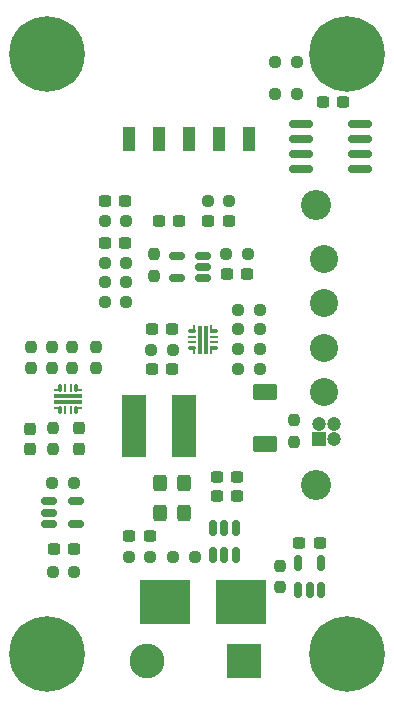
<source format=gbs>
G04 #@! TF.GenerationSoftware,KiCad,Pcbnew,9.0.7*
G04 #@! TF.CreationDate,2026-01-28T01:05:41-05:00*
G04 #@! TF.ProjectId,rocket_power_board,726f636b-6574-45f7-906f-7765725f626f,rev?*
G04 #@! TF.SameCoordinates,Original*
G04 #@! TF.FileFunction,Soldermask,Bot*
G04 #@! TF.FilePolarity,Negative*
%FSLAX46Y46*%
G04 Gerber Fmt 4.6, Leading zero omitted, Abs format (unit mm)*
G04 Created by KiCad (PCBNEW 9.0.7) date 2026-01-28 01:05:41*
%MOMM*%
%LPD*%
G01*
G04 APERTURE LIST*
G04 Aperture macros list*
%AMRoundRect*
0 Rectangle with rounded corners*
0 $1 Rounding radius*
0 $2 $3 $4 $5 $6 $7 $8 $9 X,Y pos of 4 corners*
0 Add a 4 corners polygon primitive as box body*
4,1,4,$2,$3,$4,$5,$6,$7,$8,$9,$2,$3,0*
0 Add four circle primitives for the rounded corners*
1,1,$1+$1,$2,$3*
1,1,$1+$1,$4,$5*
1,1,$1+$1,$6,$7*
1,1,$1+$1,$8,$9*
0 Add four rect primitives between the rounded corners*
20,1,$1+$1,$2,$3,$4,$5,0*
20,1,$1+$1,$4,$5,$6,$7,0*
20,1,$1+$1,$6,$7,$8,$9,0*
20,1,$1+$1,$8,$9,$2,$3,0*%
G04 Aperture macros list end*
%ADD10RoundRect,0.102000X1.371600X1.371600X-1.371600X1.371600X-1.371600X-1.371600X1.371600X-1.371600X0*%
%ADD11C,2.947200*%
%ADD12C,0.800000*%
%ADD13C,6.400000*%
%ADD14C,2.550000*%
%ADD15RoundRect,0.102000X0.500000X-0.500000X0.500000X0.500000X-0.500000X0.500000X-0.500000X-0.500000X0*%
%ADD16C,1.204000*%
%ADD17C,2.379000*%
%ADD18RoundRect,0.237500X0.237500X-0.250000X0.237500X0.250000X-0.237500X0.250000X-0.237500X-0.250000X0*%
%ADD19RoundRect,0.150000X-0.512500X-0.150000X0.512500X-0.150000X0.512500X0.150000X-0.512500X0.150000X0*%
%ADD20RoundRect,0.237500X-0.237500X0.250000X-0.237500X-0.250000X0.237500X-0.250000X0.237500X0.250000X0*%
%ADD21RoundRect,0.237500X-0.250000X-0.237500X0.250000X-0.237500X0.250000X0.237500X-0.250000X0.237500X0*%
%ADD22RoundRect,0.150000X0.512500X0.150000X-0.512500X0.150000X-0.512500X-0.150000X0.512500X-0.150000X0*%
%ADD23RoundRect,0.237500X0.250000X0.237500X-0.250000X0.237500X-0.250000X-0.237500X0.250000X-0.237500X0*%
%ADD24RoundRect,0.150000X0.150000X-0.512500X0.150000X0.512500X-0.150000X0.512500X-0.150000X-0.512500X0*%
%ADD25RoundRect,0.050000X-0.100000X0.250000X-0.100000X-0.250000X0.100000X-0.250000X0.100000X0.250000X0*%
%ADD26RoundRect,0.050000X0.275000X-0.075000X0.275000X0.075000X-0.275000X0.075000X-0.275000X-0.075000X0*%
%ADD27RoundRect,0.050000X-0.075000X0.250000X-0.075000X-0.250000X0.075000X-0.250000X0.075000X0.250000X0*%
%ADD28RoundRect,0.075000X-1.125000X0.075000X-1.125000X-0.075000X1.125000X-0.075000X1.125000X0.075000X0*%
%ADD29RoundRect,0.050000X0.100000X-0.250000X0.100000X0.250000X-0.100000X0.250000X-0.100000X-0.250000X0*%
%ADD30RoundRect,0.050000X0.075000X-0.250000X0.075000X0.250000X-0.075000X0.250000X-0.075000X-0.250000X0*%
%ADD31RoundRect,0.237500X0.300000X0.237500X-0.300000X0.237500X-0.300000X-0.237500X0.300000X-0.237500X0*%
%ADD32RoundRect,0.250000X-0.325000X-0.450000X0.325000X-0.450000X0.325000X0.450000X-0.325000X0.450000X0*%
%ADD33RoundRect,0.237500X-0.300000X-0.237500X0.300000X-0.237500X0.300000X0.237500X-0.300000X0.237500X0*%
%ADD34RoundRect,0.150000X-0.825000X-0.150000X0.825000X-0.150000X0.825000X0.150000X-0.825000X0.150000X0*%
%ADD35RoundRect,0.237500X-0.237500X0.300000X-0.237500X-0.300000X0.237500X-0.300000X0.237500X0.300000X0*%
%ADD36RoundRect,0.050000X0.250000X0.100000X-0.250000X0.100000X-0.250000X-0.100000X0.250000X-0.100000X0*%
%ADD37RoundRect,0.050000X-0.075000X-0.275000X0.075000X-0.275000X0.075000X0.275000X-0.075000X0.275000X0*%
%ADD38RoundRect,0.050000X0.250000X0.075000X-0.250000X0.075000X-0.250000X-0.075000X0.250000X-0.075000X0*%
%ADD39RoundRect,0.075000X0.075000X1.125000X-0.075000X1.125000X-0.075000X-1.125000X0.075000X-1.125000X0*%
%ADD40RoundRect,0.050000X-0.250000X-0.100000X0.250000X-0.100000X0.250000X0.100000X-0.250000X0.100000X0*%
%ADD41RoundRect,0.050000X-0.250000X-0.075000X0.250000X-0.075000X0.250000X0.075000X-0.250000X0.075000X0*%
%ADD42R,1.000000X2.000000*%
%ADD43RoundRect,0.250000X0.800000X-0.450000X0.800000X0.450000X-0.800000X0.450000X-0.800000X-0.450000X0*%
%ADD44R,4.241800X3.810000*%
%ADD45RoundRect,0.102000X0.950000X2.550000X-0.950000X2.550000X-0.950000X-2.550000X0.950000X-2.550000X0*%
%ADD46RoundRect,0.150000X-0.150000X0.512500X-0.150000X-0.512500X0.150000X-0.512500X0.150000X0.512500X0*%
G04 APERTURE END LIST*
D10*
G04 #@! TO.C,J3*
X219900500Y-102187899D03*
D11*
X211645501Y-102187899D03*
G04 #@! TD*
D12*
G04 #@! TO.C,H1*
X200800000Y-50800000D03*
X201502944Y-49102944D03*
X201502944Y-52497056D03*
X203200000Y-48400000D03*
D13*
X203200000Y-50800000D03*
D12*
X203200000Y-53200000D03*
X204897056Y-49102944D03*
X204897056Y-52497056D03*
X205600000Y-50800000D03*
G04 #@! TD*
G04 #@! TO.C,H2*
X226149200Y-50800000D03*
X226852144Y-49102944D03*
X226852144Y-52497056D03*
X228549200Y-48400000D03*
D13*
X228549200Y-50800000D03*
D12*
X228549200Y-53200000D03*
X230246256Y-49102944D03*
X230246256Y-52497056D03*
X230949200Y-50800000D03*
G04 #@! TD*
G04 #@! TO.C,H4*
X200800000Y-101600000D03*
X201502944Y-99902944D03*
X201502944Y-103297056D03*
X203200000Y-99200000D03*
D13*
X203200000Y-101600000D03*
D12*
X203200000Y-104000000D03*
X204897056Y-99902944D03*
X204897056Y-103297056D03*
X205600000Y-101600000D03*
G04 #@! TD*
D14*
G04 #@! TO.C,J2*
X225992200Y-87237600D03*
X225992200Y-63587600D03*
D15*
X226192200Y-83337600D03*
D16*
X226192200Y-82087600D03*
X227442200Y-83337600D03*
X227442200Y-82087600D03*
D17*
X226612201Y-79387600D03*
X226612200Y-75637600D03*
X226612201Y-71887600D03*
X226612200Y-68137600D03*
G04 #@! TD*
D12*
G04 #@! TO.C,H3*
X226200000Y-101600000D03*
X226902944Y-99902944D03*
X226902944Y-103297056D03*
X228600000Y-99200000D03*
D13*
X228600000Y-101600000D03*
D12*
X228600000Y-104000000D03*
X230297056Y-99902944D03*
X230297056Y-103297056D03*
X231000000Y-101600000D03*
G04 #@! TD*
D18*
G04 #@! TO.C,R1*
X224129600Y-83614900D03*
X224129600Y-81789900D03*
G04 #@! TD*
G04 #@! TO.C,R23*
X201828400Y-77366500D03*
X201828400Y-75541500D03*
G04 #@! TD*
D19*
G04 #@! TO.C,U8*
X203332500Y-90561200D03*
X203332500Y-89611200D03*
X203332500Y-88661200D03*
X205607500Y-88661200D03*
X205607500Y-90561200D03*
G04 #@! TD*
D20*
G04 #@! TO.C,R29*
X205308200Y-75541500D03*
X205308200Y-77366500D03*
G04 #@! TD*
D21*
G04 #@! TO.C,R12*
X219381700Y-72415400D03*
X221206700Y-72415400D03*
G04 #@! TD*
D22*
G04 #@! TO.C,U5*
X216427900Y-67858600D03*
X216427900Y-68808600D03*
X216427900Y-69758600D03*
X214152900Y-69758600D03*
X214152900Y-67858600D03*
G04 #@! TD*
D23*
G04 #@! TO.C,R16*
X209878300Y-71755000D03*
X208053300Y-71755000D03*
G04 #@! TD*
D18*
G04 #@! TO.C,R17*
X212217000Y-69543300D03*
X212217000Y-67718300D03*
G04 #@! TD*
D23*
G04 #@! TO.C,R5*
X224330900Y-51409600D03*
X222505900Y-51409600D03*
G04 #@! TD*
D24*
G04 #@! TO.C,U4*
X226362500Y-96175000D03*
X225412500Y-96175000D03*
X224462500Y-96175000D03*
X224462500Y-93900000D03*
X226362500Y-93900000D03*
G04 #@! TD*
D25*
G04 #@! TO.C,U7*
X204252600Y-79084600D03*
D26*
X204077600Y-79259600D03*
D27*
X204727600Y-79084600D03*
X205177600Y-79084600D03*
D25*
X205652600Y-79084600D03*
D26*
X205827600Y-79259600D03*
D28*
X204952600Y-79734600D03*
X204952600Y-80234600D03*
D26*
X205827600Y-80709600D03*
D29*
X205652600Y-80884600D03*
D30*
X205177600Y-80884600D03*
X204727600Y-80884600D03*
D26*
X204077600Y-80709600D03*
D29*
X204252600Y-80884600D03*
G04 #@! TD*
D31*
G04 #@! TO.C,C2*
X209828300Y-66776600D03*
X208103300Y-66776600D03*
G04 #@! TD*
D21*
G04 #@! TO.C,R27*
X213857500Y-93320000D03*
X215682500Y-93320000D03*
G04 #@! TD*
D31*
G04 #@! TO.C,C9*
X214349500Y-64947800D03*
X212624500Y-64947800D03*
G04 #@! TD*
D21*
G04 #@! TO.C,R34*
X216790900Y-63246000D03*
X218615900Y-63246000D03*
G04 #@! TD*
D32*
G04 #@! TO.C,C20*
X212741400Y-87071200D03*
X214791400Y-87071200D03*
G04 #@! TD*
D21*
G04 #@! TO.C,R19*
X219381700Y-77419200D03*
X221206700Y-77419200D03*
G04 #@! TD*
D33*
G04 #@! TO.C,C16*
X210137500Y-91600000D03*
X211862500Y-91600000D03*
G04 #@! TD*
D31*
G04 #@! TO.C,C7*
X213765300Y-77419200D03*
X212040300Y-77419200D03*
G04 #@! TD*
D23*
G04 #@! TO.C,R21*
X220190700Y-67716400D03*
X218365700Y-67716400D03*
G04 #@! TD*
D31*
G04 #@! TO.C,C11*
X220140700Y-69416400D03*
X218415700Y-69416400D03*
G04 #@! TD*
D23*
G04 #@! TO.C,R14*
X221206700Y-75717400D03*
X219381700Y-75717400D03*
G04 #@! TD*
D31*
G04 #@! TO.C,C21*
X205459500Y-92710000D03*
X203734500Y-92710000D03*
G04 #@! TD*
D20*
G04 #@! TO.C,R28*
X203733400Y-82424900D03*
X203733400Y-84249900D03*
G04 #@! TD*
D34*
G04 #@! TO.C,U1*
X224728000Y-60502800D03*
X224728000Y-59232800D03*
X224728000Y-57962800D03*
X224728000Y-56692800D03*
X229678000Y-56692800D03*
X229678000Y-57962800D03*
X229678000Y-59232800D03*
X229678000Y-60502800D03*
G04 #@! TD*
D35*
G04 #@! TO.C,C17*
X201726800Y-82500300D03*
X201726800Y-84225300D03*
G04 #@! TD*
D20*
G04 #@! TO.C,R10*
X222885000Y-94083500D03*
X222885000Y-95908500D03*
G04 #@! TD*
D21*
G04 #@! TO.C,R3*
X208053300Y-68453000D03*
X209878300Y-68453000D03*
G04 #@! TD*
D33*
G04 #@! TO.C,C23*
X216840900Y-64908500D03*
X218565900Y-64908500D03*
G04 #@! TD*
G04 #@! TO.C,C1*
X226543700Y-54864000D03*
X228268700Y-54864000D03*
G04 #@! TD*
D21*
G04 #@! TO.C,R13*
X219381700Y-74066400D03*
X221206700Y-74066400D03*
G04 #@! TD*
D23*
G04 #@! TO.C,R6*
X224330900Y-54152800D03*
X222505900Y-54152800D03*
G04 #@! TD*
D18*
G04 #@! TO.C,R25*
X203606400Y-77366500D03*
X203606400Y-75541500D03*
G04 #@! TD*
D36*
G04 #@! TO.C,U3*
X217282600Y-74255400D03*
D37*
X217107600Y-74080400D03*
D38*
X217282600Y-74730400D03*
X217282600Y-75180400D03*
D36*
X217282600Y-75655400D03*
D37*
X217107600Y-75830400D03*
D39*
X216632600Y-74955400D03*
X216132600Y-74955400D03*
D37*
X215657600Y-75830400D03*
D40*
X215482600Y-75655400D03*
D41*
X215482600Y-75180400D03*
X215482600Y-74730400D03*
D37*
X215657600Y-74080400D03*
D40*
X215482600Y-74255400D03*
G04 #@! TD*
D31*
G04 #@! TO.C,C8*
X226256250Y-92137500D03*
X224531250Y-92137500D03*
G04 #@! TD*
D42*
G04 #@! TO.C,J1*
X220294200Y-57937400D03*
X217754200Y-57937400D03*
X215214200Y-57937400D03*
X212674200Y-57937400D03*
X210134200Y-57937400D03*
G04 #@! TD*
D43*
G04 #@! TO.C,D4*
X221640400Y-83784800D03*
X221640400Y-79384800D03*
G04 #@! TD*
D44*
G04 #@! TO.C,F1*
X219587700Y-97200000D03*
X213212300Y-97200000D03*
G04 #@! TD*
D21*
G04 #@! TO.C,R26*
X210087500Y-93370000D03*
X211912500Y-93370000D03*
G04 #@! TD*
D35*
G04 #@! TO.C,C18*
X205892400Y-82474900D03*
X205892400Y-84199900D03*
G04 #@! TD*
D23*
G04 #@! TO.C,R15*
X213815300Y-75793600D03*
X211990300Y-75793600D03*
G04 #@! TD*
D31*
G04 #@! TO.C,C6*
X213765300Y-74091800D03*
X212040300Y-74091800D03*
G04 #@! TD*
D23*
G04 #@! TO.C,R31*
X205458700Y-87071200D03*
X203633700Y-87071200D03*
G04 #@! TD*
D45*
G04 #@! TO.C,L1*
X214774200Y-82296000D03*
X210574200Y-82296000D03*
G04 #@! TD*
D21*
G04 #@! TO.C,R20*
X208053300Y-64947800D03*
X209878300Y-64947800D03*
G04 #@! TD*
G04 #@! TO.C,R2*
X208053300Y-70104000D03*
X209878300Y-70104000D03*
G04 #@! TD*
D46*
G04 #@! TO.C,U6*
X217261400Y-90906600D03*
X218211400Y-90906600D03*
X219161400Y-90906600D03*
X219161400Y-93181600D03*
X218211400Y-93181600D03*
X217261400Y-93181600D03*
G04 #@! TD*
D31*
G04 #@! TO.C,C14*
X219288400Y-86563200D03*
X217563400Y-86563200D03*
G04 #@! TD*
G04 #@! TO.C,C13*
X219288400Y-88163200D03*
X217563400Y-88163200D03*
G04 #@! TD*
D20*
G04 #@! TO.C,R32*
X207340200Y-75541500D03*
X207340200Y-77366500D03*
G04 #@! TD*
D32*
G04 #@! TO.C,C19*
X212742600Y-89611200D03*
X214792600Y-89611200D03*
G04 #@! TD*
D33*
G04 #@! TO.C,C10*
X208077900Y-63220600D03*
X209802900Y-63220600D03*
G04 #@! TD*
D21*
G04 #@! TO.C,R30*
X203684500Y-94640400D03*
X205509500Y-94640400D03*
G04 #@! TD*
M02*

</source>
